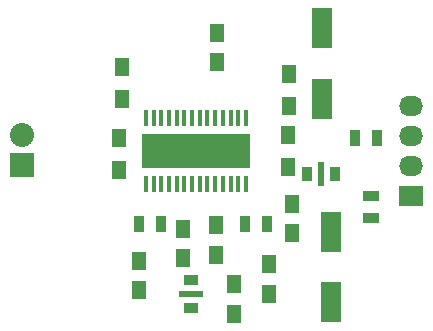
<source format=gts>
%FSLAX46Y46*%
G04 Gerber Fmt 4.6, Leading zero omitted, Abs format (unit mm)*
G04 Created by KiCad (PCBNEW (2014-10-27 BZR 5228)-product) date 19/01/2015 07:29:33*
%MOMM*%
G01*
G04 APERTURE LIST*
%ADD10C,0.100000*%
%ADD11R,9.200000X3.000000*%
%ADD12R,2.032000X2.032000*%
%ADD13O,2.032000X2.032000*%
%ADD14R,2.032000X1.727200*%
%ADD15O,2.032000X1.727200*%
%ADD16R,1.800860X3.500120*%
%ADD17R,0.889000X1.397000*%
%ADD18R,1.250000X1.500000*%
%ADD19R,1.300000X1.500000*%
%ADD20R,1.249680X0.899160*%
%ADD21R,1.998980X0.500380*%
%ADD22R,0.899160X1.249680*%
%ADD23R,0.500380X1.998980*%
%ADD24R,1.397000X0.889000*%
%ADD25R,0.419100X1.470660*%
G04 APERTURE END LIST*
D10*
D11*
X141800000Y-114900000D03*
D12*
X127100000Y-116070000D03*
D13*
X127100000Y-113530000D03*
D14*
X160000000Y-118710000D03*
D15*
X160000000Y-116170000D03*
X160000000Y-113630000D03*
X160000000Y-111090000D03*
D16*
X152500000Y-104500260D03*
X152500000Y-110499740D03*
D17*
X157152500Y-113800000D03*
X155247500Y-113800000D03*
X136947500Y-121100000D03*
X138852500Y-121100000D03*
X145947500Y-121100000D03*
X147852500Y-121100000D03*
D18*
X145000000Y-126150000D03*
X145000000Y-128650000D03*
X140700000Y-121450000D03*
X140700000Y-123950000D03*
X143600000Y-107350000D03*
X143600000Y-104850000D03*
X143500000Y-123650000D03*
X143500000Y-121150000D03*
X149900000Y-119350000D03*
X149900000Y-121850000D03*
D19*
X135300000Y-113750000D03*
X135300000Y-116450000D03*
X135500000Y-107750000D03*
X135500000Y-110450000D03*
X149700000Y-108350000D03*
X149700000Y-111050000D03*
D20*
X141400000Y-128198880D03*
X141400000Y-125801120D03*
D21*
X141400000Y-127000000D03*
D18*
X137000000Y-124150000D03*
X137000000Y-126650000D03*
X148000000Y-124450000D03*
X148000000Y-126950000D03*
D22*
X151201120Y-116800000D03*
X153598880Y-116800000D03*
D23*
X152400000Y-116800000D03*
D16*
X153200000Y-127699740D03*
X153200000Y-121700260D03*
D24*
X156600000Y-120552500D03*
X156600000Y-118647500D03*
D19*
X149600000Y-116250000D03*
X149600000Y-113550000D03*
D25*
X142125120Y-112100920D03*
X141474880Y-112100920D03*
X140824640Y-112100920D03*
X140174400Y-112100920D03*
X144065680Y-117694000D03*
X144075840Y-112100920D03*
X143425600Y-112100920D03*
X142775360Y-112100920D03*
X139524160Y-117699080D03*
X140174400Y-117699080D03*
X140824640Y-117699080D03*
X141474880Y-117699080D03*
X142125120Y-117699080D03*
X142775360Y-117699080D03*
X139524160Y-112100920D03*
X143425600Y-117694000D03*
X144726080Y-112100920D03*
X138873920Y-112100920D03*
X138873920Y-117699080D03*
X144726080Y-117699080D03*
X145373780Y-112100920D03*
X138226220Y-112100920D03*
X138226220Y-117699080D03*
X145373780Y-117699080D03*
X146024020Y-112100920D03*
X137575980Y-112100920D03*
X137575980Y-117699080D03*
X146024020Y-117699080D03*
M02*

</source>
